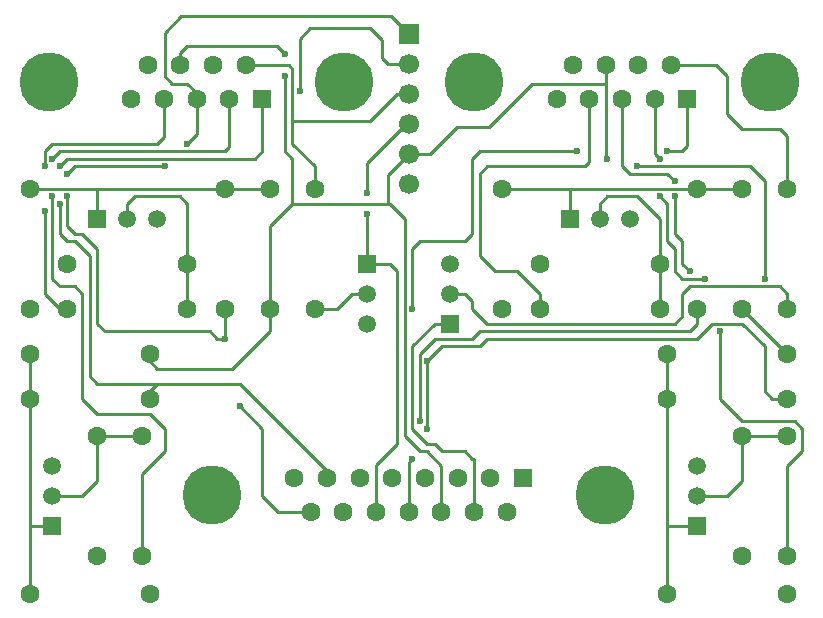
<source format=gtl>
G04 #@! TF.GenerationSoftware,KiCad,Pcbnew,9.0.6-9.0.6~ubuntu24.04.1*
G04 #@! TF.CreationDate,2025-12-07T01:13:07+01:00*
G04 #@! TF.ProjectId,Acorn Joystick Adapter,41636f72-6e20-44a6-9f79-737469636b20,rev?*
G04 #@! TF.SameCoordinates,Original*
G04 #@! TF.FileFunction,Copper,L1,Top*
G04 #@! TF.FilePolarity,Positive*
%FSLAX46Y46*%
G04 Gerber Fmt 4.6, Leading zero omitted, Abs format (unit mm)*
G04 Created by KiCad (PCBNEW 9.0.6-9.0.6~ubuntu24.04.1) date 2025-12-07 01:13:07*
%MOMM*%
%LPD*%
G01*
G04 APERTURE LIST*
G04 #@! TA.AperFunction,ComponentPad*
%ADD10C,1.600000*%
G04 #@! TD*
G04 #@! TA.AperFunction,WasherPad*
%ADD11C,5.000000*%
G04 #@! TD*
G04 #@! TA.AperFunction,ComponentPad*
%ADD12R,1.600000X1.600000*%
G04 #@! TD*
G04 #@! TA.AperFunction,ComponentPad*
%ADD13R,1.500000X1.500000*%
G04 #@! TD*
G04 #@! TA.AperFunction,ComponentPad*
%ADD14C,1.500000*%
G04 #@! TD*
G04 #@! TA.AperFunction,ComponentPad*
%ADD15R,1.700000X1.700000*%
G04 #@! TD*
G04 #@! TA.AperFunction,ComponentPad*
%ADD16C,1.700000*%
G04 #@! TD*
G04 #@! TA.AperFunction,ViaPad*
%ADD17C,0.600000*%
G04 #@! TD*
G04 #@! TA.AperFunction,Conductor*
%ADD18C,0.250000*%
G04 #@! TD*
G04 APERTURE END LIST*
D10*
X118745000Y-106045000D03*
X118745000Y-116205000D03*
X114935000Y-116205000D03*
X114935000Y-106045000D03*
X111125000Y-106045000D03*
X111125000Y-116205000D03*
X94615000Y-106045000D03*
X94615000Y-116205000D03*
X107950000Y-116205000D03*
X97790000Y-116205000D03*
X107950000Y-112395000D03*
X97790000Y-112395000D03*
X104775000Y-120015000D03*
X94615000Y-120015000D03*
X94615000Y-123825000D03*
X104775000Y-123825000D03*
X94615000Y-140335000D03*
X104775000Y-140335000D03*
X104140000Y-127000000D03*
X104140000Y-137160000D03*
X100330000Y-127000000D03*
X100330000Y-137160000D03*
X158750000Y-106045000D03*
X158750000Y-116205000D03*
X154940000Y-116205000D03*
X154940000Y-106045000D03*
X151130000Y-106045000D03*
X151130000Y-116205000D03*
X134620000Y-106045000D03*
X134620000Y-116205000D03*
X147955000Y-116205000D03*
X137795000Y-116205000D03*
X147955000Y-112395000D03*
X137795000Y-112395000D03*
X158750000Y-120015000D03*
X148590000Y-120015000D03*
X148590000Y-123825000D03*
X158750000Y-123825000D03*
X148590000Y-140335000D03*
X158750000Y-140335000D03*
X158750000Y-127000000D03*
X158750000Y-137160000D03*
X154940000Y-127000000D03*
X154940000Y-137160000D03*
D11*
X121260000Y-97005000D03*
X96260000Y-97005000D03*
D12*
X114300000Y-98425000D03*
D10*
X111530000Y-98425000D03*
X108760000Y-98425000D03*
X105990000Y-98425000D03*
X103220000Y-98425000D03*
X112915000Y-95585000D03*
X110145000Y-95585000D03*
X107375000Y-95585000D03*
X104605000Y-95585000D03*
D11*
X157260000Y-97005000D03*
X132260000Y-97005000D03*
D12*
X150300000Y-98425000D03*
D10*
X147530000Y-98425000D03*
X144760000Y-98425000D03*
X141990000Y-98425000D03*
X139220000Y-98425000D03*
X148915000Y-95585000D03*
X146145000Y-95585000D03*
X143375000Y-95585000D03*
X140605000Y-95585000D03*
D13*
X123190000Y-112395000D03*
D14*
X123190000Y-114935000D03*
X123190000Y-117475000D03*
D13*
X100330000Y-108585000D03*
D14*
X102870000Y-108585000D03*
X105410000Y-108585000D03*
D13*
X96520000Y-134620000D03*
D14*
X96520000Y-132080000D03*
X96520000Y-129540000D03*
D13*
X130175000Y-117475000D03*
D14*
X130175000Y-114935000D03*
X130175000Y-112395000D03*
D13*
X140335000Y-108585000D03*
D14*
X142875000Y-108585000D03*
X145415000Y-108585000D03*
D13*
X151130000Y-134620000D03*
D14*
X151130000Y-132080000D03*
X151130000Y-129540000D03*
D15*
X126746000Y-92964000D03*
D16*
X126746000Y-95504000D03*
X126746000Y-98044000D03*
X126746000Y-100584000D03*
X126746000Y-103124000D03*
X126746000Y-105664000D03*
D11*
X143353000Y-131976000D03*
X110053000Y-131976000D03*
D12*
X136398000Y-130556000D03*
D10*
X133628000Y-130556000D03*
X130858000Y-130556000D03*
X128088000Y-130556000D03*
X125318000Y-130556000D03*
X122548000Y-130556000D03*
X119778000Y-130556000D03*
X117008000Y-130556000D03*
X135013000Y-133396000D03*
X132243000Y-133396000D03*
X129473000Y-133396000D03*
X126703000Y-133396000D03*
X123933000Y-133396000D03*
X121163000Y-133396000D03*
X118393000Y-133396000D03*
D17*
X123190000Y-108204000D03*
X123190000Y-106426000D03*
X146050000Y-104140000D03*
X156845000Y-113665000D03*
X143510000Y-103505000D03*
X116205000Y-94615000D03*
X116205000Y-96520000D03*
X128270000Y-126365000D03*
X127000000Y-116205000D03*
X140970000Y-102870000D03*
X148590000Y-102870000D03*
X128270000Y-120650000D03*
X97155000Y-104140000D03*
X117475000Y-97790000D03*
X97155000Y-107315000D03*
X149225000Y-106680000D03*
X149225000Y-105410000D03*
X127000000Y-128905000D03*
X150495000Y-113030000D03*
X127635000Y-125730000D03*
X97790000Y-106680000D03*
X97790000Y-104775000D03*
X112395000Y-124460000D03*
X107950000Y-102235000D03*
X106045000Y-104140000D03*
X111125000Y-118745000D03*
X96520000Y-103505000D03*
X96520000Y-106680000D03*
X95885000Y-107950000D03*
X95885000Y-104140000D03*
X147955000Y-106680000D03*
X153035000Y-118110000D03*
X147955000Y-103505000D03*
X151765000Y-113665000D03*
D18*
X125730000Y-113030000D02*
X125730000Y-127635000D01*
X123933000Y-129432000D02*
X125730000Y-127635000D01*
X125730000Y-113030000D02*
X125095000Y-112395000D01*
X125095000Y-112395000D02*
X123190000Y-112395000D01*
X126492000Y-100584000D02*
X123190000Y-103886000D01*
X123190000Y-103886000D02*
X123190000Y-106426000D01*
X123190000Y-108204000D02*
X123190000Y-112395000D01*
X126746000Y-100584000D02*
X126492000Y-100584000D01*
X123933000Y-133396000D02*
X123933000Y-129432000D01*
X114935000Y-109220000D02*
X116840000Y-107315000D01*
X116840000Y-103505000D02*
X116840000Y-107315000D01*
X104775000Y-120650000D02*
X105410000Y-121285000D01*
X105410000Y-121285000D02*
X111760000Y-121285000D01*
X126365000Y-127000000D02*
X126365000Y-108585000D01*
X126365000Y-108585000D02*
X125095000Y-107315000D01*
X125095000Y-107315000D02*
X124968000Y-107315000D01*
X126365000Y-127000000D02*
X127635000Y-128270000D01*
X127635000Y-128270000D02*
X128270000Y-128270000D01*
X128270000Y-128270000D02*
X129473000Y-129473000D01*
X155575000Y-104140000D02*
X156845000Y-105410000D01*
X156845000Y-105410000D02*
X156845000Y-113665000D01*
X107375000Y-94555000D02*
X107950000Y-93980000D01*
X116205000Y-96520000D02*
X116205000Y-102870000D01*
X116205000Y-102870000D02*
X116840000Y-103505000D01*
X115570000Y-93980000D02*
X116205000Y-94615000D01*
X143510000Y-103505000D02*
X143375000Y-103370000D01*
X143375000Y-103370000D02*
X143375000Y-97155000D01*
X143375000Y-97155000D02*
X143375000Y-95585000D01*
X124968000Y-107315000D02*
X116840000Y-107315000D01*
X124968000Y-104902000D02*
X126746000Y-103124000D01*
X128524000Y-103124000D02*
X130810000Y-100838000D01*
X130810000Y-100838000D02*
X133477000Y-100838000D01*
X133477000Y-100838000D02*
X137160000Y-97155000D01*
X111760000Y-121285000D02*
X114935000Y-118110000D01*
X154940000Y-116205000D02*
X158750000Y-120015000D01*
X124968000Y-107315000D02*
X124968000Y-104902000D01*
X126746000Y-103124000D02*
X128524000Y-103124000D01*
X114935000Y-116205000D02*
X114935000Y-118110000D01*
X104775000Y-120015000D02*
X104775000Y-120650000D01*
X107375000Y-95585000D02*
X107375000Y-94555000D01*
X146050000Y-104140000D02*
X155575000Y-104140000D01*
X114935000Y-116205000D02*
X114935000Y-109220000D01*
X129473000Y-133396000D02*
X129473000Y-129473000D01*
X137160000Y-97155000D02*
X143375000Y-97155000D01*
X115570000Y-93980000D02*
X107950000Y-93980000D01*
X156845000Y-123190000D02*
X157480000Y-123825000D01*
X157480000Y-123825000D02*
X158750000Y-123825000D01*
X127000000Y-111125000D02*
X127000000Y-116205000D01*
X152400000Y-117475000D02*
X154940000Y-117475000D01*
X154940000Y-117475000D02*
X156845000Y-119380000D01*
X127000000Y-111125000D02*
X127635000Y-110490000D01*
X127635000Y-110490000D02*
X131445000Y-110490000D01*
X131445000Y-110490000D02*
X132080000Y-109855000D01*
X129540000Y-119380000D02*
X132715000Y-119380000D01*
X132715000Y-119380000D02*
X133350000Y-118745000D01*
X133350000Y-118745000D02*
X151130000Y-118745000D01*
X132080000Y-103505000D02*
X132080000Y-109855000D01*
X150300000Y-102430000D02*
X149860000Y-102870000D01*
X149860000Y-102870000D02*
X148590000Y-102870000D01*
X132715000Y-102870000D02*
X132080000Y-103505000D01*
X128270000Y-120650000D02*
X129540000Y-119380000D01*
X132715000Y-102870000D02*
X140970000Y-102870000D01*
X151130000Y-118745000D02*
X152400000Y-117475000D01*
X156845000Y-123190000D02*
X156845000Y-119380000D01*
X150300000Y-102430000D02*
X150300000Y-98425000D01*
X128270000Y-126365000D02*
X128270000Y-120650000D01*
X104775000Y-123190000D02*
X105410000Y-122555000D01*
X105410000Y-122555000D02*
X112395000Y-122555000D01*
X100330000Y-122555000D02*
X99695000Y-121920000D01*
X99695000Y-121920000D02*
X99695000Y-111760000D01*
X119778000Y-129938000D02*
X112395000Y-122555000D01*
X97790000Y-103505000D02*
X97155000Y-104140000D01*
X97155000Y-107315000D02*
X97155000Y-109855000D01*
X97155000Y-109855000D02*
X97790000Y-110490000D01*
X97790000Y-110490000D02*
X98425000Y-110490000D01*
X98425000Y-110490000D02*
X99695000Y-111760000D01*
X114300000Y-102870000D02*
X113665000Y-103505000D01*
X97790000Y-103505000D02*
X113665000Y-103505000D01*
X124460000Y-93472000D02*
X123444000Y-92456000D01*
X118364000Y-92456000D02*
X123444000Y-92456000D01*
X117475000Y-93345000D02*
X118364000Y-92456000D01*
X124460000Y-94996000D02*
X124968000Y-95504000D01*
X124968000Y-95504000D02*
X126746000Y-95504000D01*
X124460000Y-93472000D02*
X124460000Y-94996000D01*
X114300000Y-98425000D02*
X114300000Y-102870000D01*
X119778000Y-130556000D02*
X119778000Y-129938000D01*
X117475000Y-97790000D02*
X117475000Y-93345000D01*
X100330000Y-122555000D02*
X105410000Y-122555000D01*
X104775000Y-123825000D02*
X104775000Y-123190000D01*
X132080000Y-128905000D02*
X131445000Y-128270000D01*
X131445000Y-128270000D02*
X129540000Y-128270000D01*
X129540000Y-128270000D02*
X128905000Y-127635000D01*
X128905000Y-127635000D02*
X128270000Y-127635000D01*
X128270000Y-127635000D02*
X127000000Y-126365000D01*
X127000000Y-126365000D02*
X127000000Y-119380000D01*
X132243000Y-128905000D02*
X132080000Y-128905000D01*
X132243000Y-128905000D02*
X132243000Y-133396000D01*
X130175000Y-117475000D02*
X128905000Y-117475000D01*
X127000000Y-119380000D02*
X128905000Y-117475000D01*
X126703000Y-129202000D02*
X127000000Y-128905000D01*
X151130000Y-117475000D02*
X150495000Y-118110000D01*
X150495000Y-113030000D02*
X149860000Y-112395000D01*
X149860000Y-112395000D02*
X149860000Y-110490000D01*
X149860000Y-110490000D02*
X149225000Y-109855000D01*
X149225000Y-109855000D02*
X149225000Y-106680000D01*
X127635000Y-120015000D02*
X128905000Y-118745000D01*
X128905000Y-118745000D02*
X132080000Y-118745000D01*
X132080000Y-118745000D02*
X132715000Y-118110000D01*
X149225000Y-105410000D02*
X148590000Y-104775000D01*
X145415000Y-104775000D02*
X148590000Y-104775000D01*
X144760000Y-104120000D02*
X145415000Y-104775000D01*
X132715000Y-118110000D02*
X150495000Y-118110000D01*
X126703000Y-133396000D02*
X126703000Y-129202000D01*
X127635000Y-125730000D02*
X127635000Y-120015000D01*
X144760000Y-98425000D02*
X144760000Y-104120000D01*
X151130000Y-117475000D02*
X151130000Y-116205000D01*
X114300000Y-126365000D02*
X112395000Y-124460000D01*
X111125000Y-118745000D02*
X111125000Y-116205000D01*
X100330000Y-117475000D02*
X100965000Y-118110000D01*
X100965000Y-118110000D02*
X109855000Y-118110000D01*
X109855000Y-118110000D02*
X110490000Y-118745000D01*
X110490000Y-118745000D02*
X111125000Y-118745000D01*
X114300000Y-132080000D02*
X115616000Y-133396000D01*
X115616000Y-133396000D02*
X118393000Y-133396000D01*
X98425000Y-104140000D02*
X97790000Y-104775000D01*
X97790000Y-106680000D02*
X97790000Y-109220000D01*
X97790000Y-109220000D02*
X98425000Y-109855000D01*
X98425000Y-109855000D02*
X99060000Y-109855000D01*
X99060000Y-109855000D02*
X100330000Y-111125000D01*
X100330000Y-111125000D02*
X100330000Y-117475000D01*
X108760000Y-101425000D02*
X107950000Y-102235000D01*
X98425000Y-104140000D02*
X106045000Y-104140000D01*
X108760000Y-97965000D02*
X107950000Y-97155000D01*
X107950000Y-97155000D02*
X106680000Y-97155000D01*
X106680000Y-97155000D02*
X106045000Y-96520000D01*
X106045000Y-92837000D02*
X107442000Y-91440000D01*
X107442000Y-91440000D02*
X125222000Y-91440000D01*
X125222000Y-91440000D02*
X126746000Y-92964000D01*
X114300000Y-126365000D02*
X114300000Y-132080000D01*
X108760000Y-98425000D02*
X108760000Y-97965000D01*
X106045000Y-96520000D02*
X106045000Y-92837000D01*
X108760000Y-98425000D02*
X108760000Y-101425000D01*
X104140000Y-130175000D02*
X106045000Y-128270000D01*
X106045000Y-128270000D02*
X106045000Y-126365000D01*
X106045000Y-126365000D02*
X104775000Y-125095000D01*
X100330000Y-125095000D02*
X99060000Y-123825000D01*
X99060000Y-123825000D02*
X99060000Y-114935000D01*
X97155000Y-102870000D02*
X96520000Y-103505000D01*
X96520000Y-106680000D02*
X96520000Y-113665000D01*
X96520000Y-113665000D02*
X97155000Y-114300000D01*
X97155000Y-114300000D02*
X98425000Y-114300000D01*
X98425000Y-114300000D02*
X99060000Y-114935000D01*
X111530000Y-102465000D02*
X111125000Y-102870000D01*
X100330000Y-125095000D02*
X104775000Y-125095000D01*
X111530000Y-98425000D02*
X111530000Y-102465000D01*
X97155000Y-102870000D02*
X111125000Y-102870000D01*
X104140000Y-130175000D02*
X104140000Y-137160000D01*
X95885000Y-114935000D02*
X97155000Y-116205000D01*
X95885000Y-114935000D02*
X95885000Y-107950000D01*
X96520000Y-102235000D02*
X95885000Y-102870000D01*
X95885000Y-102870000D02*
X95885000Y-104140000D01*
X105990000Y-101655000D02*
X105410000Y-102235000D01*
X105990000Y-98425000D02*
X105990000Y-101655000D01*
X96520000Y-102235000D02*
X105410000Y-102235000D01*
X97790000Y-116205000D02*
X97155000Y-116205000D01*
X118745000Y-104140000D02*
X116840000Y-102235000D01*
X116840000Y-102235000D02*
X116840000Y-100330000D01*
X116540000Y-95585000D02*
X116840000Y-95885000D01*
X123444000Y-100330000D02*
X125730000Y-98044000D01*
X116840000Y-100330000D02*
X116840000Y-95885000D01*
X126746000Y-98044000D02*
X125730000Y-98044000D01*
X112915000Y-95585000D02*
X116540000Y-95585000D01*
X118745000Y-106045000D02*
X118745000Y-104140000D01*
X116840000Y-100330000D02*
X123444000Y-100330000D01*
X158750000Y-129540000D02*
X160020000Y-128270000D01*
X160020000Y-126365000D02*
X159385000Y-125730000D01*
X153035000Y-123825000D02*
X154940000Y-125730000D01*
X148590000Y-110490000D02*
X148590000Y-107315000D01*
X149860000Y-113665000D02*
X149225000Y-113030000D01*
X149225000Y-113030000D02*
X149225000Y-111125000D01*
X149225000Y-111125000D02*
X148590000Y-110490000D01*
X148590000Y-107315000D02*
X147955000Y-106680000D01*
X147530000Y-103080000D02*
X147955000Y-103505000D01*
X160020000Y-128270000D02*
X160020000Y-126365000D01*
X153035000Y-123825000D02*
X153035000Y-118110000D01*
X151765000Y-113665000D02*
X149860000Y-113665000D01*
X147530000Y-98425000D02*
X147530000Y-103080000D01*
X158750000Y-129540000D02*
X158750000Y-137160000D01*
X154940000Y-125730000D02*
X159385000Y-125730000D01*
X137795000Y-114935000D02*
X135890000Y-113030000D01*
X135890000Y-113030000D02*
X133985000Y-113030000D01*
X133985000Y-113030000D02*
X132715000Y-111760000D01*
X132715000Y-111760000D02*
X132715000Y-104775000D01*
X141990000Y-103755000D02*
X141605000Y-104140000D01*
X141605000Y-104140000D02*
X133350000Y-104140000D01*
X133350000Y-104140000D02*
X132715000Y-104775000D01*
X137795000Y-116205000D02*
X137795000Y-114935000D01*
X141990000Y-98425000D02*
X141990000Y-103755000D01*
X152735000Y-95585000D02*
X153670000Y-96520000D01*
X153670000Y-96520000D02*
X153670000Y-99695000D01*
X153670000Y-99695000D02*
X154940000Y-100965000D01*
X154940000Y-100965000D02*
X158115000Y-100965000D01*
X158115000Y-100965000D02*
X158750000Y-101600000D01*
X158750000Y-101600000D02*
X158750000Y-106045000D01*
X148915000Y-95585000D02*
X152735000Y-95585000D01*
X121920000Y-114935000D02*
X120650000Y-116205000D01*
X120650000Y-116205000D02*
X118745000Y-116205000D01*
X123190000Y-114935000D02*
X121920000Y-114935000D01*
X102870000Y-107315000D02*
X103505000Y-106680000D01*
X103505000Y-106680000D02*
X107315000Y-106680000D01*
X107315000Y-106680000D02*
X107950000Y-107315000D01*
X107950000Y-107315000D02*
X107950000Y-112395000D01*
X102870000Y-108585000D02*
X102870000Y-107315000D01*
X107950000Y-112395000D02*
X107950000Y-116205000D01*
X100312000Y-106045000D02*
X111125000Y-106045000D01*
X100330000Y-106045000D02*
X100312000Y-106045000D01*
X111125000Y-106045000D02*
X114935000Y-106045000D01*
X94615000Y-106045000D02*
X100312000Y-106045000D01*
X100330000Y-108585000D02*
X100330000Y-106045000D01*
X94615000Y-140335000D02*
X94615000Y-134620000D01*
X94615000Y-134620000D02*
X94615000Y-123825000D01*
X96520000Y-134620000D02*
X94615000Y-134620000D01*
X94615000Y-120015000D02*
X94615000Y-123825000D01*
X100330000Y-130810000D02*
X99060000Y-132080000D01*
X100330000Y-127000000D02*
X104140000Y-127000000D01*
X96520000Y-132080000D02*
X99060000Y-132080000D01*
X100330000Y-130810000D02*
X100330000Y-127000000D01*
X158750000Y-114935000D02*
X158115000Y-114300000D01*
X158115000Y-114300000D02*
X150495000Y-114300000D01*
X149225000Y-117475000D02*
X149860000Y-116840000D01*
X149860000Y-116840000D02*
X149860000Y-114935000D01*
X149860000Y-114935000D02*
X150495000Y-114300000D01*
X133350000Y-117475000D02*
X132080000Y-116205000D01*
X132080000Y-116205000D02*
X132080000Y-115570000D01*
X131445000Y-114935000D02*
X130175000Y-114935000D01*
X158750000Y-116205000D02*
X158750000Y-114935000D01*
X133350000Y-117475000D02*
X149225000Y-117475000D01*
X132080000Y-115570000D02*
X131445000Y-114935000D01*
X147955000Y-112395000D02*
X147955000Y-108585000D01*
X146050000Y-106680000D02*
X143510000Y-106680000D01*
X143510000Y-106680000D02*
X142875000Y-107315000D01*
X142875000Y-107315000D02*
X142875000Y-108585000D01*
X147955000Y-116205000D02*
X147955000Y-112395000D01*
X147955000Y-108585000D02*
X146050000Y-106680000D01*
X140335000Y-106045000D02*
X151130000Y-106045000D01*
X134620000Y-106045000D02*
X140335000Y-106045000D01*
X151130000Y-106045000D02*
X154940000Y-106045000D01*
X140335000Y-108585000D02*
X140335000Y-106045000D01*
X154940000Y-130810000D02*
X153670000Y-132080000D01*
X154940000Y-127000000D02*
X158750000Y-127000000D01*
X151130000Y-132080000D02*
X153670000Y-132080000D01*
X154940000Y-130810000D02*
X154940000Y-127000000D01*
X148590000Y-134620000D02*
X148590000Y-123825000D01*
X151130000Y-134620000D02*
X148590000Y-134620000D01*
X148590000Y-120015000D02*
X148590000Y-123825000D01*
X148590000Y-140335000D02*
X148590000Y-134620000D01*
M02*

</source>
